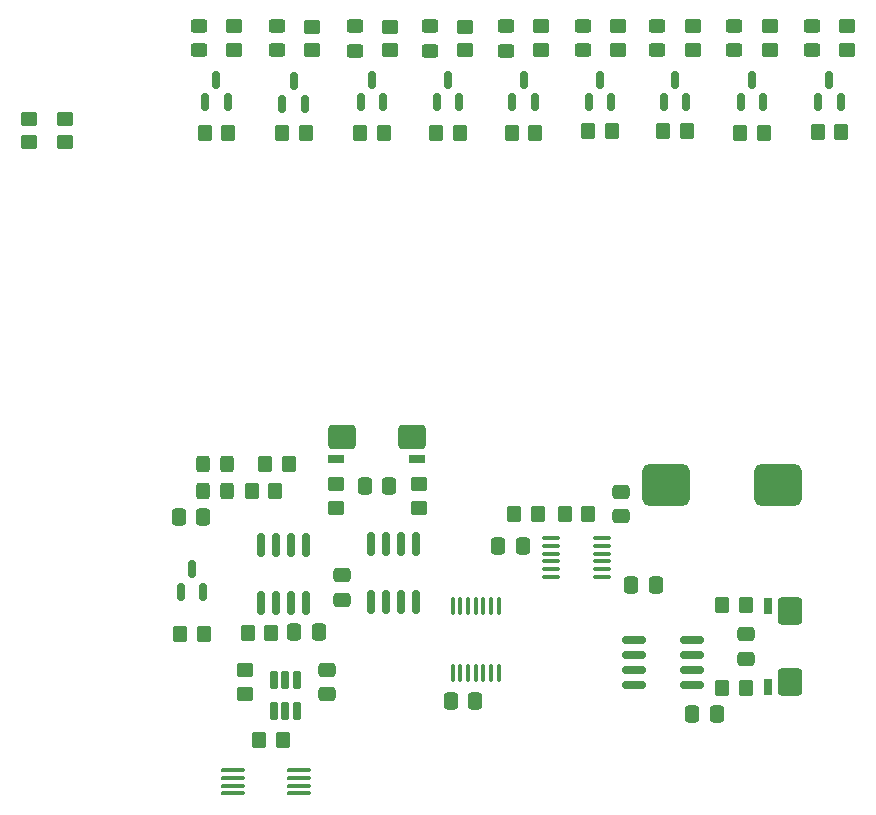
<source format=gbr>
%TF.GenerationSoftware,KiCad,Pcbnew,9.0.3*%
%TF.CreationDate,2025-08-05T14:59:21-07:00*%
%TF.ProjectId,Joule Chief,4a6f756c-6520-4436-9869-65662e6b6963,R1*%
%TF.SameCoordinates,Original*%
%TF.FileFunction,Paste,Top*%
%TF.FilePolarity,Positive*%
%FSLAX46Y46*%
G04 Gerber Fmt 4.6, Leading zero omitted, Abs format (unit mm)*
G04 Created by KiCad (PCBNEW 9.0.3) date 2025-08-05 14:59:21*
%MOMM*%
%LPD*%
G01*
G04 APERTURE LIST*
G04 Aperture macros list*
%AMRoundRect*
0 Rectangle with rounded corners*
0 $1 Rounding radius*
0 $2 $3 $4 $5 $6 $7 $8 $9 X,Y pos of 4 corners*
0 Add a 4 corners polygon primitive as box body*
4,1,4,$2,$3,$4,$5,$6,$7,$8,$9,$2,$3,0*
0 Add four circle primitives for the rounded corners*
1,1,$1+$1,$2,$3*
1,1,$1+$1,$4,$5*
1,1,$1+$1,$6,$7*
1,1,$1+$1,$8,$9*
0 Add four rect primitives between the rounded corners*
20,1,$1+$1,$2,$3,$4,$5,0*
20,1,$1+$1,$4,$5,$6,$7,0*
20,1,$1+$1,$6,$7,$8,$9,0*
20,1,$1+$1,$8,$9,$2,$3,0*%
G04 Aperture macros list end*
%ADD10RoundRect,0.250000X-0.450000X0.350000X-0.450000X-0.350000X0.450000X-0.350000X0.450000X0.350000X0*%
%ADD11RoundRect,0.100000X-0.900000X-0.100000X0.900000X-0.100000X0.900000X0.100000X-0.900000X0.100000X0*%
%ADD12RoundRect,0.250000X0.350000X0.450000X-0.350000X0.450000X-0.350000X-0.450000X0.350000X-0.450000X0*%
%ADD13RoundRect,0.150000X0.150000X-0.587500X0.150000X0.587500X-0.150000X0.587500X-0.150000X-0.587500X0*%
%ADD14RoundRect,0.162500X0.162500X-0.617500X0.162500X0.617500X-0.162500X0.617500X-0.162500X-0.617500X0*%
%ADD15RoundRect,0.250000X0.475000X-0.337500X0.475000X0.337500X-0.475000X0.337500X-0.475000X-0.337500X0*%
%ADD16RoundRect,0.150000X0.150000X-0.825000X0.150000X0.825000X-0.150000X0.825000X-0.150000X-0.825000X0*%
%ADD17RoundRect,0.150000X-0.825000X-0.150000X0.825000X-0.150000X0.825000X0.150000X-0.825000X0.150000X0*%
%ADD18RoundRect,0.250000X-0.350000X-0.450000X0.350000X-0.450000X0.350000X0.450000X-0.350000X0.450000X0*%
%ADD19RoundRect,0.250000X0.450000X-0.325000X0.450000X0.325000X-0.450000X0.325000X-0.450000X-0.325000X0*%
%ADD20RoundRect,0.250000X0.325000X0.450000X-0.325000X0.450000X-0.325000X-0.450000X0.325000X-0.450000X0*%
%ADD21RoundRect,0.250000X-0.337500X-0.475000X0.337500X-0.475000X0.337500X0.475000X-0.337500X0.475000X0*%
%ADD22RoundRect,0.250000X0.450000X-0.350000X0.450000X0.350000X-0.450000X0.350000X-0.450000X-0.350000X0*%
%ADD23RoundRect,0.100000X0.100000X-0.637500X0.100000X0.637500X-0.100000X0.637500X-0.100000X-0.637500X0*%
%ADD24RoundRect,0.100000X-0.625000X-0.100000X0.625000X-0.100000X0.625000X0.100000X-0.625000X0.100000X0*%
%ADD25RoundRect,0.250000X-0.475000X0.337500X-0.475000X-0.337500X0.475000X-0.337500X0.475000X0.337500X0*%
%ADD26RoundRect,0.525000X-1.475000X1.225000X-1.475000X-1.225000X1.475000X-1.225000X1.475000X1.225000X0*%
%ADD27RoundRect,0.243600X-0.901400X-0.771400X0.901400X-0.771400X0.901400X0.771400X-0.901400X0.771400X0*%
%ADD28RoundRect,0.091200X-0.608800X-0.288800X0.608800X-0.288800X0.608800X0.288800X-0.608800X0.288800X0*%
%ADD29RoundRect,0.190000X-0.510000X-0.190000X0.510000X-0.190000X0.510000X0.190000X-0.510000X0.190000X0*%
%ADD30RoundRect,0.243600X-0.771400X0.901400X-0.771400X-0.901400X0.771400X-0.901400X0.771400X0.901400X0*%
%ADD31RoundRect,0.091200X-0.288800X0.608800X-0.288800X-0.608800X0.288800X-0.608800X0.288800X0.608800X0*%
%ADD32RoundRect,0.190000X-0.190000X0.510000X-0.190000X-0.510000X0.190000X-0.510000X0.190000X0.510000X0*%
%ADD33RoundRect,0.250000X0.337500X0.475000X-0.337500X0.475000X-0.337500X-0.475000X0.337500X-0.475000X0*%
G04 APERTURE END LIST*
D10*
%TO.C,R24*%
X167500000Y-33928641D03*
X167500000Y-35928641D03*
%TD*%
D11*
%TO.C,U7*%
X115500000Y-96930000D03*
X115500000Y-97570000D03*
X115500000Y-98230000D03*
X115500000Y-98870000D03*
X121100000Y-98870000D03*
X121100000Y-98230000D03*
X121100000Y-97570000D03*
X121100000Y-96930000D03*
%TD*%
D12*
%TO.C,R31*%
X147602772Y-42824386D03*
X145602772Y-42824386D03*
%TD*%
D13*
%TO.C,Q7*%
X145652772Y-40324386D03*
X147552772Y-40324386D03*
X146602772Y-38449386D03*
%TD*%
D14*
%TO.C,U5*%
X119000000Y-91950000D03*
X119950000Y-91950000D03*
X120900000Y-91950000D03*
X120900000Y-89250000D03*
X119950000Y-89250000D03*
X119000000Y-89250000D03*
%TD*%
D15*
%TO.C,C12*%
X123500000Y-90500000D03*
X123500000Y-88425000D03*
%TD*%
D12*
%TO.C,R34*%
X160450000Y-42954112D03*
X158450000Y-42954112D03*
%TD*%
D16*
%TO.C,U4*%
X127230000Y-82680000D03*
X128500000Y-82680000D03*
X129770000Y-82680000D03*
X131040000Y-82680000D03*
X131040000Y-77730000D03*
X129770000Y-77730000D03*
X128500000Y-77730000D03*
X127230000Y-77730000D03*
%TD*%
D17*
%TO.C,U1*%
X149455000Y-85907724D03*
X149455000Y-87177724D03*
X149455000Y-88447724D03*
X149455000Y-89717724D03*
X154405000Y-89717724D03*
X154405000Y-88447724D03*
X154405000Y-87177724D03*
X154405000Y-85907724D03*
%TD*%
D10*
%TO.C,R22*%
X148102772Y-33949386D03*
X148102772Y-35949386D03*
%TD*%
D18*
%TO.C,R10*%
X117100000Y-73300000D03*
X119100000Y-73300000D03*
%TD*%
D13*
%TO.C,Q5*%
X132744511Y-40348726D03*
X134644511Y-40348726D03*
X133694511Y-38473726D03*
%TD*%
%TO.C,Q2*%
X113150000Y-40325000D03*
X115050000Y-40325000D03*
X114100000Y-38450000D03*
%TD*%
D18*
%TO.C,R2*%
X156930000Y-89955000D03*
X158930000Y-89955000D03*
%TD*%
%TO.C,R11*%
X118250000Y-71000000D03*
X120250000Y-71000000D03*
%TD*%
D19*
%TO.C,D11*%
X157950000Y-35979112D03*
X157950000Y-33929112D03*
%TD*%
D10*
%TO.C,R23*%
X154450000Y-33951749D03*
X154450000Y-35951749D03*
%TD*%
D13*
%TO.C,Q8*%
X152000000Y-40326749D03*
X153900000Y-40326749D03*
X152950000Y-38451749D03*
%TD*%
D20*
%TO.C,D1*%
X115000000Y-73300000D03*
X112950000Y-73300000D03*
%TD*%
D18*
%TO.C,R12*%
X117750000Y-94356475D03*
X119750000Y-94356475D03*
%TD*%
D21*
%TO.C,C10*%
X126675000Y-72839999D03*
X128750000Y-72839999D03*
%TD*%
D10*
%TO.C,R17*%
X115600000Y-33950000D03*
X115600000Y-35950000D03*
%TD*%
D13*
%TO.C,Q4*%
X126350000Y-40347545D03*
X128250000Y-40347545D03*
X127300000Y-38472545D03*
%TD*%
D20*
%TO.C,D2*%
X115025000Y-71000000D03*
X112975000Y-71000000D03*
%TD*%
D10*
%TO.C,R18*%
X122200000Y-33973915D03*
X122200000Y-35973915D03*
%TD*%
D13*
%TO.C,Q9*%
X165050000Y-40366141D03*
X166950000Y-40366141D03*
X166000000Y-38491141D03*
%TD*%
D12*
%TO.C,R5*%
X141295001Y-75250000D03*
X139295001Y-75250000D03*
%TD*%
D22*
%TO.C,R16*%
X98250000Y-43750000D03*
X98250000Y-41750000D03*
%TD*%
%TO.C,R8*%
X124250000Y-74724999D03*
X124250000Y-72724999D03*
%TD*%
D10*
%TO.C,R19*%
X128800000Y-33972545D03*
X128800000Y-35972545D03*
%TD*%
D22*
%TO.C,R7*%
X131250000Y-74724999D03*
X131250000Y-72724999D03*
%TD*%
D15*
%TO.C,C11*%
X124750000Y-82500000D03*
X124750000Y-80425000D03*
%TD*%
D23*
%TO.C,U3*%
X134100000Y-88725000D03*
X134750000Y-88725000D03*
X135400000Y-88725000D03*
X136050000Y-88725000D03*
X136700000Y-88725000D03*
X137350000Y-88725000D03*
X138000000Y-88725000D03*
X138000000Y-83000000D03*
X137350000Y-83000000D03*
X136700000Y-83000000D03*
X136050000Y-83000000D03*
X135400000Y-83000000D03*
X134750000Y-83000000D03*
X134100000Y-83000000D03*
%TD*%
D19*
%TO.C,D8*%
X145102772Y-35974386D03*
X145102772Y-33924386D03*
%TD*%
D10*
%TO.C,R25*%
X160950000Y-33954112D03*
X160950000Y-35954112D03*
%TD*%
D18*
%TO.C,R3*%
X156930000Y-82955000D03*
X158930000Y-82955000D03*
%TD*%
D12*
%TO.C,R26*%
X115100000Y-42950000D03*
X113100000Y-42950000D03*
%TD*%
%TO.C,R28*%
X128300000Y-42972545D03*
X126300000Y-42972545D03*
%TD*%
D19*
%TO.C,D7*%
X138619721Y-35998650D03*
X138619721Y-33948650D03*
%TD*%
D22*
%TO.C,R15*%
X101250000Y-43750000D03*
X101250000Y-41750000D03*
%TD*%
D24*
%TO.C,U2*%
X142457501Y-77300000D03*
X142457501Y-77950000D03*
X142457501Y-78600000D03*
X142457501Y-79250000D03*
X142457501Y-79900000D03*
X142457501Y-80550000D03*
X146757501Y-80550000D03*
X146757501Y-79900000D03*
X146757501Y-79250000D03*
X146757501Y-78600000D03*
X146757501Y-77950000D03*
X146757501Y-77300000D03*
%TD*%
D12*
%TO.C,R32*%
X153950000Y-42826749D03*
X151950000Y-42826749D03*
%TD*%
D13*
%TO.C,Q6*%
X139169721Y-40323650D03*
X141069721Y-40323650D03*
X140119721Y-38448650D03*
%TD*%
D19*
%TO.C,D3*%
X112600000Y-35975000D03*
X112600000Y-33925000D03*
%TD*%
D12*
%TO.C,R4*%
X145600000Y-75250000D03*
X143600000Y-75250000D03*
%TD*%
D25*
%TO.C,C1*%
X158930000Y-85425000D03*
X158930000Y-87500000D03*
%TD*%
D19*
%TO.C,D10*%
X164500000Y-35978641D03*
X164500000Y-33928641D03*
%TD*%
D26*
%TO.C,L1*%
X161680000Y-72750000D03*
X152180000Y-72750000D03*
%TD*%
D12*
%TO.C,R29*%
X134694511Y-42973726D03*
X132694511Y-42973726D03*
%TD*%
D19*
%TO.C,D6*%
X132194511Y-35998726D03*
X132194511Y-33948726D03*
%TD*%
D27*
%TO.C,R6*%
X124700000Y-68704999D03*
D28*
X124255000Y-70609999D03*
D29*
X131115000Y-70609999D03*
D27*
X130670000Y-68704999D03*
%TD*%
D30*
%TO.C,R1*%
X162680000Y-83455000D03*
D31*
X160775000Y-83010000D03*
D32*
X160775000Y-89870000D03*
D30*
X162680000Y-89425000D03*
%TD*%
D18*
%TO.C,R13*%
X116750000Y-85320000D03*
X118750000Y-85320000D03*
%TD*%
D15*
%TO.C,C7*%
X148345001Y-75400000D03*
X148345001Y-73325000D03*
%TD*%
D13*
%TO.C,Q1*%
X111100000Y-81800000D03*
X113000000Y-81800000D03*
X112050000Y-79925000D03*
%TD*%
%TO.C,Q3*%
X119700000Y-40473915D03*
X121600000Y-40473915D03*
X120650000Y-38598915D03*
%TD*%
D10*
%TO.C,R21*%
X141619721Y-33948650D03*
X141619721Y-35948650D03*
%TD*%
D13*
%TO.C,Q10*%
X158500000Y-40329112D03*
X160400000Y-40329112D03*
X159450000Y-38454112D03*
%TD*%
D12*
%TO.C,R33*%
X167000000Y-42928641D03*
X165000000Y-42928641D03*
%TD*%
%TO.C,R27*%
X121700000Y-42973915D03*
X119700000Y-42973915D03*
%TD*%
D19*
%TO.C,D9*%
X151450000Y-35976749D03*
X151450000Y-33926749D03*
%TD*%
%TO.C,D4*%
X119200000Y-35973915D03*
X119200000Y-33923915D03*
%TD*%
D10*
%TO.C,R9*%
X116506832Y-88432730D03*
X116506832Y-90432730D03*
%TD*%
%TO.C,R20*%
X135194511Y-33973726D03*
X135194511Y-35973726D03*
%TD*%
D21*
%TO.C,C3*%
X154405023Y-92205000D03*
X156480023Y-92205000D03*
%TD*%
%TO.C,C14*%
X120712500Y-85250000D03*
X122787500Y-85250000D03*
%TD*%
D19*
%TO.C,D5*%
X125800000Y-35997545D03*
X125800000Y-33947545D03*
%TD*%
D33*
%TO.C,C8*%
X140038192Y-77957645D03*
X137963192Y-77957645D03*
%TD*%
D16*
%TO.C,U6*%
X117845000Y-82795000D03*
X119115000Y-82795000D03*
X120385000Y-82795000D03*
X121655000Y-82795000D03*
X121655000Y-77845000D03*
X120385000Y-77845000D03*
X119115000Y-77845000D03*
X117845000Y-77845000D03*
%TD*%
D12*
%TO.C,R30*%
X141119721Y-42948650D03*
X139119721Y-42948650D03*
%TD*%
D33*
%TO.C,C9*%
X136037500Y-91100000D03*
X133962500Y-91100000D03*
%TD*%
D12*
%TO.C,R14*%
X113050000Y-85425000D03*
X111050000Y-85425000D03*
%TD*%
D21*
%TO.C,C13*%
X110925000Y-75500000D03*
X113000000Y-75500000D03*
%TD*%
%TO.C,C6*%
X149225000Y-81200000D03*
X151300000Y-81200000D03*
%TD*%
M02*

</source>
